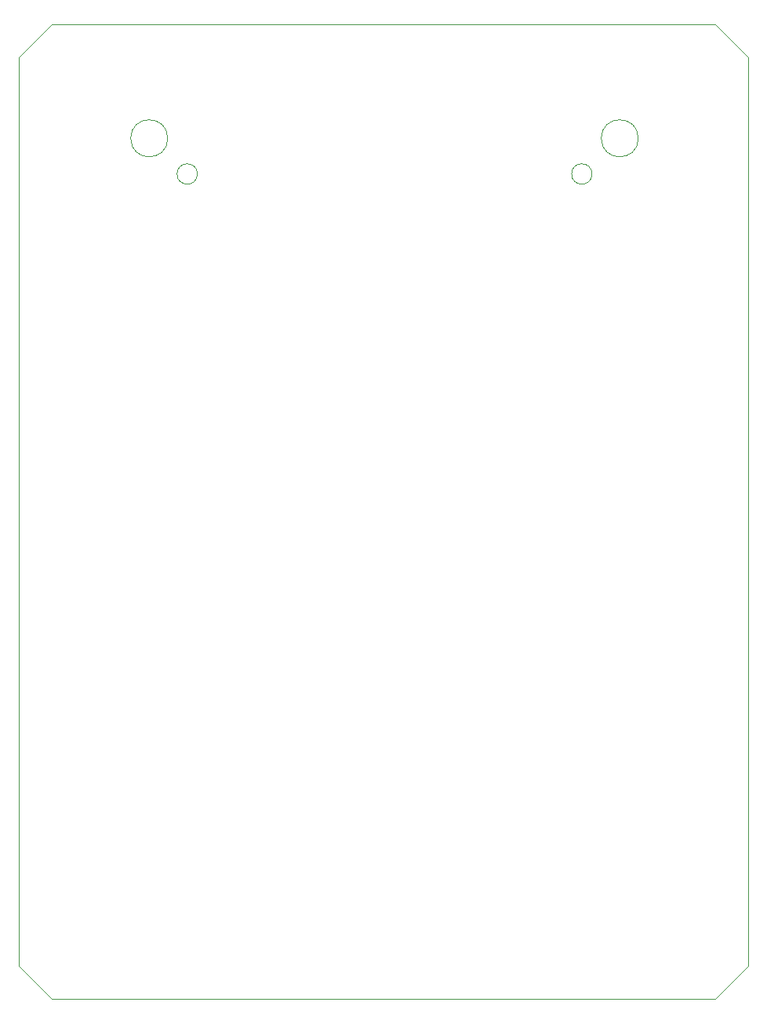
<source format=gbr>
%TF.GenerationSoftware,KiCad,Pcbnew,8.0.5*%
%TF.CreationDate,2024-11-12T15:31:54+01:00*%
%TF.ProjectId,Core4GPZ_rev0-1,436f7265-3447-4505-9a5f-726576302d31,rev?*%
%TF.SameCoordinates,Original*%
%TF.FileFunction,Profile,NP*%
%FSLAX46Y46*%
G04 Gerber Fmt 4.6, Leading zero omitted, Abs format (unit mm)*
G04 Created by KiCad (PCBNEW 8.0.5) date 2024-11-12 15:31:54*
%MOMM*%
%LPD*%
G01*
G04 APERTURE LIST*
%TA.AperFunction,Profile*%
%ADD10C,0.100000*%
%TD*%
%TA.AperFunction,Profile*%
%ADD11C,0.120000*%
%TD*%
G04 APERTURE END LIST*
D10*
X156215000Y-140335000D02*
X152659000Y-143891000D01*
X81031000Y-38735000D02*
X152659000Y-38735000D01*
X81031000Y-38735000D02*
X77475000Y-42291000D01*
X152659000Y-143891000D02*
X81031000Y-143891000D01*
X77475000Y-140335000D02*
X81031000Y-143891000D01*
X77475000Y-42291000D02*
X77475000Y-140335000D01*
X152659000Y-38735000D02*
X156215000Y-42291000D01*
X156215000Y-42291000D02*
X156215000Y-140335000D01*
D11*
%TO.C,U1*%
X144363000Y-51005000D02*
G75*
G02*
X140363000Y-51005000I-2000000J0D01*
G01*
X140363000Y-51005000D02*
G75*
G02*
X144363000Y-51005000I2000000J0D01*
G01*
X139363000Y-54855000D02*
G75*
G02*
X137163000Y-54855000I-1100000J0D01*
G01*
X137163000Y-54855000D02*
G75*
G02*
X139363000Y-54855000I1100000J0D01*
G01*
X96763000Y-54855000D02*
G75*
G02*
X94563000Y-54855000I-1100000J0D01*
G01*
X94563000Y-54855000D02*
G75*
G02*
X96763000Y-54855000I1100000J0D01*
G01*
X93563000Y-51005000D02*
G75*
G02*
X89563000Y-51005000I-2000000J0D01*
G01*
X89563000Y-51005000D02*
G75*
G02*
X93563000Y-51005000I2000000J0D01*
G01*
%TD*%
M02*

</source>
